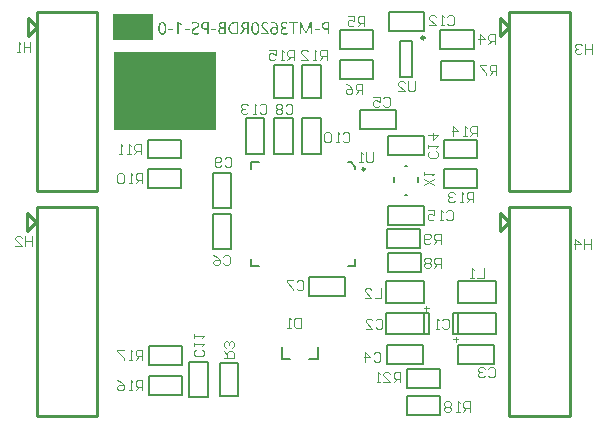
<source format=gbo>
G04*
G04 #@! TF.GenerationSoftware,Altium Limited,Altium Designer,21.4.1 (30)*
G04*
G04 Layer_Color=32896*
%FSLAX44Y44*%
%MOMM*%
G71*
G04*
G04 #@! TF.SameCoordinates,D9E7D647-E61C-487C-AA5F-480CAE51DE59*
G04*
G04*
G04 #@! TF.FilePolarity,Positive*
G04*
G01*
G75*
%ADD10C,0.1000*%
%ADD11C,0.2000*%
%ADD12C,0.2500*%
%ADD15C,0.2540*%
%ADD16C,0.1200*%
%ADD70R,3.4000X2.2750*%
%ADD71R,8.7000X6.6000*%
G36*
X234187Y337671D02*
X234427Y337651D01*
X234667Y337621D01*
X234886Y337591D01*
X235096Y337541D01*
X235295Y337491D01*
X235475Y337441D01*
X235645Y337382D01*
X235795Y337322D01*
X235934Y337272D01*
X236044Y337222D01*
X236144Y337172D01*
X236224Y337142D01*
X236274Y337112D01*
X236314Y337092D01*
X236324Y337082D01*
Y335914D01*
X236134Y336044D01*
X235954Y336164D01*
X235765Y336264D01*
X235585Y336343D01*
X235405Y336423D01*
X235226Y336483D01*
X235066Y336533D01*
X234906Y336573D01*
X234766Y336603D01*
X234637Y336623D01*
X234517Y336643D01*
X234417Y336653D01*
X234337Y336663D01*
X234048D01*
X233878Y336643D01*
X233718Y336623D01*
X233578Y336583D01*
X233439Y336543D01*
X233309Y336503D01*
X233079Y336383D01*
X232890Y336254D01*
X232730Y336094D01*
X232600Y335934D01*
X232500Y335774D01*
X232421Y335605D01*
X232351Y335445D01*
X232311Y335295D01*
X232281Y335155D01*
X232261Y335046D01*
X232251Y334956D01*
Y334896D01*
Y334886D01*
Y334876D01*
X232261Y334696D01*
X232281Y334537D01*
X232311Y334377D01*
X232361Y334237D01*
X232421Y334107D01*
X232490Y333978D01*
X232660Y333758D01*
X232850Y333568D01*
X233069Y333409D01*
X233309Y333289D01*
X233549Y333179D01*
X233788Y333099D01*
X234028Y333039D01*
X234247Y332999D01*
X234437Y332969D01*
X234607Y332949D01*
X234676D01*
X234736Y332939D01*
X235675D01*
Y331921D01*
X234806D01*
X234537Y331911D01*
X234287Y331901D01*
X234058Y331871D01*
X233838Y331831D01*
X233638Y331791D01*
X233449Y331732D01*
X233269Y331672D01*
X233109Y331602D01*
X232960Y331522D01*
X232830Y331442D01*
X232700Y331362D01*
X232590Y331272D01*
X232490Y331183D01*
X232391Y331083D01*
X232241Y330893D01*
X232121Y330703D01*
X232021Y330514D01*
X231961Y330344D01*
X231922Y330184D01*
X231891Y330055D01*
X231882Y329955D01*
X231871Y329915D01*
Y329885D01*
Y329875D01*
Y329865D01*
X231882Y329695D01*
X231901Y329535D01*
X231931Y329386D01*
X231961Y329266D01*
X231991Y329166D01*
X232021Y329086D01*
X232041Y329036D01*
X232051Y329016D01*
X232121Y328887D01*
X232201Y328757D01*
X232281Y328657D01*
X232361Y328557D01*
X232430Y328487D01*
X232490Y328428D01*
X232530Y328387D01*
X232540Y328378D01*
X232660Y328288D01*
X232790Y328208D01*
X232920Y328138D01*
X233039Y328078D01*
X233139Y328038D01*
X233219Y328008D01*
X233279Y327988D01*
X233289Y327978D01*
X233299D01*
X233469Y327928D01*
X233638Y327898D01*
X233808Y327868D01*
X233958Y327859D01*
X234088Y327849D01*
X234197Y327839D01*
X234287D01*
X234537Y327849D01*
X234786Y327878D01*
X235026Y327918D01*
X235245Y327968D01*
X235465Y328038D01*
X235665Y328108D01*
X235854Y328178D01*
X236024Y328258D01*
X236174Y328338D01*
X236314Y328408D01*
X236433Y328487D01*
X236533Y328547D01*
X236613Y328597D01*
X236673Y328637D01*
X236713Y328667D01*
X236723Y328677D01*
Y327379D01*
X236553Y327280D01*
X236364Y327200D01*
X236174Y327120D01*
X235974Y327060D01*
X235575Y326960D01*
X235385Y326920D01*
X235196Y326890D01*
X235016Y326870D01*
X234856Y326850D01*
X234706Y326840D01*
X234587Y326830D01*
X234477Y326820D01*
X234337D01*
X234038Y326830D01*
X233758Y326850D01*
X233499Y326890D01*
X233279Y326930D01*
X233179Y326950D01*
X233099Y326970D01*
X233020Y326990D01*
X232960Y327010D01*
X232910Y327020D01*
X232870Y327030D01*
X232850Y327040D01*
X232840D01*
X232590Y327130D01*
X232361Y327240D01*
X232161Y327339D01*
X231991Y327449D01*
X231852Y327539D01*
X231752Y327609D01*
X231712Y327639D01*
X231682Y327659D01*
X231672Y327679D01*
X231662D01*
X231492Y327839D01*
X231343Y328008D01*
X231213Y328178D01*
X231103Y328338D01*
X231023Y328467D01*
X230963Y328577D01*
X230943Y328617D01*
X230923Y328647D01*
X230913Y328667D01*
Y328677D01*
X230823Y328897D01*
X230753Y329126D01*
X230714Y329346D01*
X230674Y329546D01*
X230654Y329715D01*
Y329795D01*
X230644Y329855D01*
Y329905D01*
Y329945D01*
Y329965D01*
Y329975D01*
X230654Y330164D01*
X230674Y330344D01*
X230704Y330514D01*
X230734Y330653D01*
X230774Y330773D01*
X230803Y330853D01*
X230823Y330913D01*
X230833Y330933D01*
X230903Y331093D01*
X230993Y331232D01*
X231073Y331362D01*
X231153Y331482D01*
X231233Y331572D01*
X231293Y331632D01*
X231332Y331682D01*
X231343Y331692D01*
X231472Y331811D01*
X231602Y331911D01*
X231732Y332001D01*
X231862Y332081D01*
X231971Y332141D01*
X232051Y332181D01*
X232111Y332211D01*
X232121Y332221D01*
X232131D01*
X232301Y332291D01*
X232470Y332351D01*
X232640Y332390D01*
X232790Y332430D01*
X232930Y332450D01*
X233029Y332470D01*
X233069D01*
X233099Y332480D01*
X233119D01*
Y332510D01*
X232930Y332570D01*
X232750Y332640D01*
X232580Y332710D01*
X232430Y332790D01*
X232281Y332879D01*
X232151Y332979D01*
X232021Y333069D01*
X231912Y333179D01*
X231702Y333389D01*
X231532Y333608D01*
X231392Y333838D01*
X231283Y334067D01*
X231203Y334277D01*
X231133Y334487D01*
X231083Y334676D01*
X231053Y334846D01*
X231033Y334976D01*
X231023Y335086D01*
Y335126D01*
Y335155D01*
Y335165D01*
Y335175D01*
X231033Y335375D01*
X231053Y335575D01*
X231093Y335744D01*
X231123Y335894D01*
X231163Y336024D01*
X231203Y336114D01*
X231223Y336174D01*
X231233Y336194D01*
X231322Y336363D01*
X231412Y336513D01*
X231512Y336643D01*
X231602Y336763D01*
X231692Y336852D01*
X231762Y336922D01*
X231802Y336972D01*
X231822Y336982D01*
X231971Y337102D01*
X232121Y337212D01*
X232281Y337292D01*
X232421Y337371D01*
X232550Y337431D01*
X232650Y337471D01*
X232690Y337481D01*
X232720Y337491D01*
X232730Y337501D01*
X232740D01*
X232940Y337561D01*
X233149Y337601D01*
X233349Y337641D01*
X233529Y337661D01*
X233688Y337671D01*
X233758D01*
X233818Y337681D01*
X233928D01*
X234187Y337671D01*
D02*
G37*
G36*
X217887D02*
X218186Y337641D01*
X218445Y337601D01*
X218565Y337571D01*
X218665Y337551D01*
X218765Y337531D01*
X218845Y337501D01*
X218925Y337481D01*
X218985Y337461D01*
X219034Y337441D01*
X219064Y337431D01*
X219084Y337421D01*
X219094D01*
X219324Y337312D01*
X219534Y337192D01*
X219723Y337072D01*
X219893Y336952D01*
X220033Y336842D01*
X220133Y336753D01*
X220172Y336723D01*
X220202Y336693D01*
X220212Y336683D01*
X220222Y336673D01*
Y335385D01*
X220033Y335585D01*
X219943Y335665D01*
X219853Y335744D01*
X219783Y335804D01*
X219723Y335854D01*
X219683Y335884D01*
X219673Y335894D01*
X219454Y336064D01*
X219344Y336134D01*
X219254Y336194D01*
X219174Y336233D01*
X219104Y336273D01*
X219064Y336293D01*
X219054Y336303D01*
X218815Y336413D01*
X218705Y336463D01*
X218605Y336493D01*
X218525Y336523D01*
X218465Y336543D01*
X218416Y336563D01*
X218406D01*
X218156Y336623D01*
X218036Y336643D01*
X217926Y336653D01*
X217837Y336663D01*
X217557D01*
X217417Y336643D01*
X217288Y336623D01*
X217178Y336603D01*
X217078Y336583D01*
X217008Y336563D01*
X216968Y336553D01*
X216948Y336543D01*
X216818Y336493D01*
X216709Y336443D01*
X216599Y336383D01*
X216509Y336323D01*
X216439Y336273D01*
X216389Y336233D01*
X216349Y336204D01*
X216339Y336194D01*
X216249Y336104D01*
X216169Y336004D01*
X216100Y335904D01*
X216040Y335804D01*
X215990Y335724D01*
X215960Y335655D01*
X215940Y335615D01*
X215930Y335595D01*
X215880Y335455D01*
X215840Y335315D01*
X215820Y335165D01*
X215800Y335036D01*
X215790Y334916D01*
X215780Y334826D01*
Y334766D01*
Y334756D01*
Y334746D01*
Y334586D01*
X215800Y334437D01*
X215810Y334297D01*
X215830Y334177D01*
X215850Y334077D01*
X215860Y333997D01*
X215880Y333948D01*
Y333928D01*
X215920Y333788D01*
X215970Y333648D01*
X216020Y333518D01*
X216080Y333409D01*
X216130Y333309D01*
X216169Y333239D01*
X216199Y333189D01*
X216210Y333169D01*
X216299Y333029D01*
X216399Y332900D01*
X216509Y332770D01*
X216609Y332660D01*
X216689Y332560D01*
X216768Y332490D01*
X216808Y332440D01*
X216828Y332420D01*
X216978Y332281D01*
X217138Y332141D01*
X217297Y332011D01*
X217447Y331891D01*
X217587Y331791D01*
X217687Y331712D01*
X217727Y331682D01*
X217757Y331662D01*
X217777Y331652D01*
X217787Y331642D01*
X218066Y331432D01*
X218326Y331232D01*
X218555Y331063D01*
X218755Y330903D01*
X218835Y330843D01*
X218905Y330783D01*
X218974Y330723D01*
X219025Y330683D01*
X219064Y330653D01*
X219094Y330624D01*
X219114Y330614D01*
X219124Y330604D01*
X219324Y330434D01*
X219494Y330264D01*
X219643Y330104D01*
X219773Y329965D01*
X219873Y329845D01*
X219953Y329755D01*
X219993Y329695D01*
X220013Y329685D01*
Y329675D01*
X220133Y329506D01*
X220222Y329326D01*
X220312Y329166D01*
X220372Y329016D01*
X220422Y328887D01*
X220462Y328787D01*
X220472Y328747D01*
X220482Y328717D01*
X220492Y328707D01*
Y328697D01*
X220542Y328497D01*
X220572Y328298D01*
X220602Y328098D01*
X220612Y327918D01*
X220622Y327759D01*
X220632Y327689D01*
Y327629D01*
Y327589D01*
Y327549D01*
Y327529D01*
Y327519D01*
Y327000D01*
X214153D01*
Y328068D01*
X219384D01*
X219374Y328228D01*
X219364Y328368D01*
X219344Y328497D01*
X219324Y328607D01*
X219304Y328697D01*
X219294Y328757D01*
X219274Y328807D01*
Y328817D01*
X219224Y328937D01*
X219164Y329056D01*
X219094Y329166D01*
X219025Y329266D01*
X218965Y329356D01*
X218925Y329416D01*
X218885Y329466D01*
X218875Y329476D01*
X218765Y329605D01*
X218635Y329725D01*
X218515Y329845D01*
X218386Y329945D01*
X218286Y330045D01*
X218196Y330115D01*
X218136Y330154D01*
X218126Y330174D01*
X218116D01*
X217926Y330324D01*
X217717Y330474D01*
X217517Y330634D01*
X217318Y330773D01*
X217148Y330893D01*
X217078Y330953D01*
X217008Y330993D01*
X216958Y331033D01*
X216918Y331063D01*
X216898Y331073D01*
X216888Y331083D01*
X216679Y331242D01*
X216479Y331392D01*
X216299Y331532D01*
X216150Y331652D01*
X216030Y331762D01*
X215940Y331841D01*
X215880Y331891D01*
X215860Y331911D01*
X215700Y332061D01*
X215561Y332221D01*
X215441Y332360D01*
X215331Y332490D01*
X215241Y332610D01*
X215181Y332690D01*
X215141Y332750D01*
X215131Y332770D01*
X215032Y332939D01*
X214942Y333109D01*
X214872Y333269D01*
X214812Y333409D01*
X214762Y333538D01*
X214732Y333638D01*
X214712Y333668D01*
Y333698D01*
X214702Y333708D01*
Y333718D01*
X214652Y333918D01*
X214612Y334107D01*
X214592Y334307D01*
X214572Y334477D01*
X214562Y334626D01*
X214552Y334696D01*
Y334746D01*
Y334796D01*
Y334826D01*
Y334846D01*
Y334856D01*
X214562Y335106D01*
X214592Y335335D01*
X214622Y335535D01*
X214662Y335714D01*
X214712Y335864D01*
X214732Y335924D01*
X214742Y335974D01*
X214762Y336014D01*
X214772Y336044D01*
X214782Y336054D01*
Y336064D01*
X214872Y336254D01*
X214982Y336423D01*
X215082Y336573D01*
X215191Y336703D01*
X215281Y336813D01*
X215351Y336892D01*
X215401Y336932D01*
X215421Y336952D01*
X215581Y337082D01*
X215740Y337192D01*
X215900Y337282D01*
X216040Y337361D01*
X216169Y337411D01*
X216279Y337461D01*
X216319Y337471D01*
X216349Y337481D01*
X216359Y337491D01*
X216369D01*
X216579Y337551D01*
X216788Y337601D01*
X216988Y337631D01*
X217178Y337661D01*
X217337Y337671D01*
X217397D01*
X217457Y337681D01*
X217567D01*
X217887Y337671D01*
D02*
G37*
G36*
X143998Y337651D02*
X144108Y337561D01*
X144218Y337481D01*
X144328Y337401D01*
X144417Y337341D01*
X144487Y337282D01*
X144537Y337252D01*
X144557Y337242D01*
X144847Y337062D01*
X144977Y336982D01*
X145106Y336912D01*
X145206Y336852D01*
X145296Y336802D01*
X145346Y336773D01*
X145356Y336763D01*
X145366D01*
X145685Y336603D01*
X145825Y336533D01*
X145965Y336463D01*
X146074Y336413D01*
X146154Y336373D01*
X146214Y336353D01*
X146224Y336343D01*
X146234D01*
X146394Y336273D01*
X146554Y336214D01*
X146693Y336164D01*
X146813Y336124D01*
X146923Y336094D01*
X147003Y336064D01*
X147053Y336054D01*
X147073Y336044D01*
Y334836D01*
X146813Y334906D01*
X146693Y334946D01*
X146584Y334986D01*
X146494Y335016D01*
X146414Y335046D01*
X146374Y335056D01*
X146354Y335066D01*
X146214Y335126D01*
X146084Y335185D01*
X145975Y335245D01*
X145865Y335295D01*
X145775Y335335D01*
X145715Y335365D01*
X145665Y335385D01*
X145655Y335395D01*
X145535Y335465D01*
X145416Y335525D01*
X145316Y335585D01*
X145226Y335645D01*
X145146Y335685D01*
X145096Y335724D01*
X145056Y335744D01*
X145046Y335754D01*
X144946Y335824D01*
X144867Y335884D01*
X144797Y335934D01*
X144737Y335984D01*
X144697Y336024D01*
X144667Y336054D01*
X144647Y336064D01*
X144637Y336074D01*
Y327000D01*
X143439D01*
Y337741D01*
X143888D01*
X143998Y337651D01*
D02*
G37*
G36*
X224784Y337661D02*
X225114Y337611D01*
X225413Y337541D01*
X225553Y337511D01*
X225683Y337471D01*
X225792Y337431D01*
X225892Y337392D01*
X225982Y337351D01*
X226062Y337322D01*
X226122Y337292D01*
X226162Y337272D01*
X226192Y337262D01*
X226202Y337252D01*
X226481Y337072D01*
X226741Y336882D01*
X226970Y336673D01*
X227170Y336473D01*
X227260Y336383D01*
X227330Y336303D01*
X227400Y336224D01*
X227449Y336154D01*
X227489Y336104D01*
X227519Y336064D01*
X227539Y336034D01*
X227549Y336024D01*
X227749Y335714D01*
X227919Y335385D01*
X228068Y335066D01*
X228188Y334766D01*
X228248Y334626D01*
X228288Y334507D01*
X228328Y334387D01*
X228358Y334297D01*
X228388Y334217D01*
X228408Y334157D01*
X228418Y334117D01*
Y334107D01*
X228517Y333678D01*
X228587Y333249D01*
X228647Y332830D01*
X228667Y332630D01*
X228677Y332450D01*
X228687Y332271D01*
X228697Y332111D01*
X228707Y331971D01*
Y331851D01*
X228717Y331752D01*
Y331682D01*
Y331642D01*
Y331622D01*
X228707Y331213D01*
X228677Y330833D01*
X228667Y330663D01*
X228647Y330494D01*
X228627Y330334D01*
X228597Y330194D01*
X228577Y330065D01*
X228557Y329945D01*
X228538Y329845D01*
X228528Y329765D01*
X228507Y329695D01*
X228498Y329645D01*
X228488Y329615D01*
Y329605D01*
X228398Y329286D01*
X228288Y328987D01*
X228178Y328727D01*
X228128Y328617D01*
X228068Y328507D01*
X228018Y328418D01*
X227978Y328328D01*
X227939Y328258D01*
X227899Y328198D01*
X227869Y328148D01*
X227849Y328118D01*
X227829Y328098D01*
Y328088D01*
X227659Y327868D01*
X227479Y327679D01*
X227300Y327519D01*
X227130Y327379D01*
X226980Y327280D01*
X226861Y327200D01*
X226821Y327170D01*
X226791Y327160D01*
X226771Y327140D01*
X226761D01*
X226521Y327030D01*
X226271Y326960D01*
X226032Y326900D01*
X225812Y326860D01*
X225713Y326850D01*
X225623Y326840D01*
X225543Y326830D01*
X225473D01*
X225423Y326820D01*
X225343D01*
X225084Y326830D01*
X224834Y326860D01*
X224615Y326900D01*
X224415Y326950D01*
X224255Y326990D01*
X224185Y327010D01*
X224135Y327030D01*
X224085Y327050D01*
X224056Y327060D01*
X224035Y327070D01*
X224025D01*
X223806Y327180D01*
X223606Y327290D01*
X223427Y327419D01*
X223277Y327529D01*
X223147Y327639D01*
X223057Y327719D01*
X222997Y327779D01*
X222977Y327789D01*
Y327799D01*
X222818Y327978D01*
X222688Y328168D01*
X222568Y328358D01*
X222468Y328537D01*
X222388Y328687D01*
X222358Y328757D01*
X222339Y328807D01*
X222319Y328857D01*
X222299Y328887D01*
X222289Y328907D01*
Y328917D01*
X222209Y329166D01*
X222149Y329416D01*
X222099Y329655D01*
X222069Y329865D01*
X222059Y329965D01*
X222049Y330055D01*
Y330134D01*
X222039Y330204D01*
Y330254D01*
Y330304D01*
Y330324D01*
Y330334D01*
X222049Y330594D01*
X222069Y330843D01*
X222109Y331063D01*
X222149Y331262D01*
X222189Y331422D01*
X222209Y331482D01*
X222229Y331542D01*
X222239Y331582D01*
X222249Y331612D01*
X222259Y331632D01*
Y331642D01*
X222348Y331861D01*
X222438Y332051D01*
X222538Y332231D01*
X222638Y332380D01*
X222728Y332500D01*
X222798Y332590D01*
X222838Y332650D01*
X222858Y332670D01*
X223007Y332820D01*
X223167Y332949D01*
X223327Y333069D01*
X223477Y333159D01*
X223606Y333229D01*
X223716Y333289D01*
X223756Y333309D01*
X223776Y333319D01*
X223796Y333329D01*
X223806D01*
X224016Y333409D01*
X224235Y333469D01*
X224435Y333508D01*
X224634Y333538D01*
X224794Y333558D01*
X224864D01*
X224924Y333568D01*
X225044D01*
X225343Y333558D01*
X225623Y333508D01*
X225882Y333448D01*
X226122Y333369D01*
X226341Y333269D01*
X226531Y333159D01*
X226711Y333039D01*
X226870Y332920D01*
X227000Y332790D01*
X227120Y332670D01*
X227220Y332560D01*
X227300Y332470D01*
X227360Y332380D01*
X227409Y332321D01*
X227430Y332281D01*
X227439Y332261D01*
X227469D01*
X227459Y332630D01*
X227439Y332969D01*
X227400Y333269D01*
X227380Y333409D01*
X227360Y333538D01*
X227350Y333658D01*
X227330Y333758D01*
X227310Y333848D01*
X227290Y333928D01*
X227280Y333988D01*
X227270Y334027D01*
X227260Y334057D01*
Y334067D01*
X227170Y334367D01*
X227070Y334626D01*
X226970Y334866D01*
X226870Y335066D01*
X226821Y335155D01*
X226781Y335235D01*
X226741Y335295D01*
X226711Y335355D01*
X226681Y335395D01*
X226661Y335425D01*
X226641Y335445D01*
Y335455D01*
X226481Y335665D01*
X226321Y335834D01*
X226152Y335994D01*
X226002Y336114D01*
X225872Y336214D01*
X225762Y336283D01*
X225723Y336313D01*
X225693Y336333D01*
X225683Y336343D01*
X225673D01*
X225453Y336453D01*
X225233Y336533D01*
X225014Y336583D01*
X224824Y336623D01*
X224644Y336643D01*
X224575Y336653D01*
X224515Y336663D01*
X224395D01*
X224065Y336643D01*
X223746Y336593D01*
X223457Y336533D01*
X223327Y336493D01*
X223207Y336453D01*
X223087Y336413D01*
X222987Y336373D01*
X222908Y336343D01*
X222828Y336313D01*
X222768Y336283D01*
X222728Y336264D01*
X222698Y336254D01*
X222688Y336244D01*
Y337382D01*
X222948Y337481D01*
X223237Y337551D01*
X223526Y337611D01*
X223806Y337641D01*
X223936Y337661D01*
X224046D01*
X224155Y337671D01*
X224245Y337681D01*
X224604D01*
X224784Y337661D01*
D02*
G37*
G36*
X263924Y330703D02*
X259921D01*
Y331652D01*
X263924D01*
Y330703D01*
D02*
G37*
G36*
X176071Y330703D02*
X172068D01*
Y331652D01*
X176071D01*
Y330703D01*
D02*
G37*
G36*
X153691D02*
X149688D01*
Y331652D01*
X153691D01*
Y330703D01*
D02*
G37*
G36*
X139596D02*
X135593D01*
Y331652D01*
X139596D01*
Y330703D01*
D02*
G37*
G36*
X257596Y327000D02*
X256408D01*
Y334038D01*
Y334297D01*
Y334537D01*
X256418Y334756D01*
Y334966D01*
Y335145D01*
X256428Y335315D01*
Y335465D01*
X256438Y335605D01*
X256448Y335714D01*
Y335824D01*
X256458Y335904D01*
Y335974D01*
Y336024D01*
X256468Y336064D01*
Y336084D01*
Y336094D01*
X256438D01*
X256378Y335834D01*
X256318Y335615D01*
X256268Y335435D01*
X256218Y335285D01*
X256188Y335165D01*
X256158Y335086D01*
X256138Y335036D01*
X256128Y335016D01*
X252545Y327000D01*
X251936D01*
X248352Y335076D01*
X248302Y335205D01*
X248242Y335365D01*
X248192Y335535D01*
X248143Y335704D01*
X248093Y335854D01*
X248083Y335924D01*
X248063Y335974D01*
X248053Y336024D01*
X248043Y336064D01*
X248033Y336084D01*
Y336094D01*
X248003D01*
X248023Y335874D01*
X248033Y335655D01*
X248053Y335455D01*
X248063Y335265D01*
X248073Y335086D01*
X248083Y334916D01*
Y334756D01*
X248093Y334616D01*
Y334487D01*
Y334377D01*
X248103Y334277D01*
Y334197D01*
Y334137D01*
Y334087D01*
Y334057D01*
Y334047D01*
Y327000D01*
X246885D01*
Y337511D01*
X248422D01*
X251716Y330204D01*
X251756Y330124D01*
X251796Y330025D01*
X251876Y329825D01*
X251956Y329615D01*
X252036Y329406D01*
X252106Y329216D01*
X252135Y329126D01*
X252165Y329056D01*
X252185Y328996D01*
X252205Y328956D01*
X252215Y328927D01*
Y328917D01*
X252265D01*
X252315Y329096D01*
X252385Y329286D01*
X252465Y329496D01*
X252545Y329705D01*
X252624Y329885D01*
X252654Y329965D01*
X252684Y330035D01*
X252704Y330094D01*
X252724Y330134D01*
X252744Y330164D01*
Y330174D01*
X255969Y337511D01*
X257596D01*
Y327000D01*
D02*
G37*
G36*
X272000D02*
X270772D01*
Y330973D01*
X269385D01*
X269065Y330983D01*
X268766Y331013D01*
X268476Y331063D01*
X268217Y331123D01*
X267967Y331193D01*
X267738Y331272D01*
X267528Y331362D01*
X267338Y331452D01*
X267179Y331532D01*
X267029Y331622D01*
X266899Y331702D01*
X266799Y331772D01*
X266719Y331831D01*
X266660Y331881D01*
X266620Y331911D01*
X266610Y331921D01*
X266430Y332101D01*
X266270Y332301D01*
X266131Y332500D01*
X266011Y332700D01*
X265911Y332910D01*
X265821Y333109D01*
X265751Y333309D01*
X265701Y333498D01*
X265661Y333678D01*
X265621Y333848D01*
X265601Y333988D01*
X265591Y334117D01*
X265581Y334227D01*
X265571Y334297D01*
Y334347D01*
Y334367D01*
X265581Y334636D01*
X265611Y334896D01*
X265661Y335135D01*
X265711Y335365D01*
X265791Y335565D01*
X265861Y335754D01*
X265951Y335934D01*
X266031Y336084D01*
X266120Y336224D01*
X266210Y336343D01*
X266280Y336443D01*
X266350Y336533D01*
X266410Y336593D01*
X266460Y336643D01*
X266490Y336673D01*
X266500Y336683D01*
X266679Y336833D01*
X266879Y336952D01*
X267089Y337072D01*
X267298Y337162D01*
X267518Y337242D01*
X267738Y337312D01*
X267947Y337361D01*
X268157Y337411D01*
X268347Y337441D01*
X268536Y337471D01*
X268696Y337481D01*
X268836Y337501D01*
X268955D01*
X269045Y337511D01*
X272000D01*
Y327000D01*
D02*
G37*
G36*
X245188Y336393D02*
X242163D01*
Y327000D01*
X240935D01*
Y336393D01*
X237901D01*
Y337511D01*
X245188D01*
Y336393D01*
D02*
G37*
G36*
X203862Y327000D02*
X202634D01*
Y331462D01*
X201496D01*
X201386Y331452D01*
X201276Y331442D01*
X201186Y331422D01*
X201106Y331412D01*
X201056Y331392D01*
X201017Y331382D01*
X201007D01*
X200907Y331352D01*
X200807Y331302D01*
X200717Y331262D01*
X200637Y331222D01*
X200577Y331173D01*
X200527Y331143D01*
X200497Y331123D01*
X200487Y331113D01*
X200398Y331043D01*
X200318Y330963D01*
X200238Y330883D01*
X200168Y330813D01*
X200108Y330743D01*
X200068Y330693D01*
X200038Y330653D01*
X200028Y330644D01*
X199939Y330534D01*
X199859Y330414D01*
X199779Y330294D01*
X199709Y330184D01*
X199649Y330094D01*
X199599Y330015D01*
X199569Y329965D01*
X199559Y329945D01*
X197792Y327000D01*
X196325D01*
X198301Y330154D01*
X198381Y330284D01*
X198451Y330394D01*
X198521Y330504D01*
X198571Y330594D01*
X198621Y330663D01*
X198661Y330713D01*
X198681Y330753D01*
X198691Y330763D01*
X198820Y330943D01*
X198880Y331023D01*
X198930Y331093D01*
X198970Y331143D01*
X199010Y331193D01*
X199030Y331213D01*
X199040Y331222D01*
X199170Y331372D01*
X199290Y331482D01*
X199340Y331522D01*
X199380Y331552D01*
X199399Y331572D01*
X199409Y331582D01*
X199559Y331692D01*
X199709Y331772D01*
X199769Y331801D01*
X199819Y331831D01*
X199849Y331841D01*
X199859Y331851D01*
Y331881D01*
X199669Y331941D01*
X199489Y332001D01*
X199320Y332071D01*
X199180Y332131D01*
X199060Y332181D01*
X198980Y332231D01*
X198920Y332261D01*
X198900Y332271D01*
X198741Y332370D01*
X198601Y332470D01*
X198481Y332570D01*
X198371Y332670D01*
X198291Y332750D01*
X198221Y332820D01*
X198182Y332859D01*
X198172Y332879D01*
X198062Y333019D01*
X197972Y333159D01*
X197882Y333299D01*
X197822Y333428D01*
X197772Y333538D01*
X197732Y333618D01*
X197712Y333678D01*
X197703Y333698D01*
X197643Y333878D01*
X197603Y334047D01*
X197573Y334217D01*
X197553Y334377D01*
X197543Y334507D01*
X197533Y334616D01*
Y334656D01*
Y334686D01*
Y334696D01*
Y334706D01*
X197543Y334966D01*
X197573Y335195D01*
X197613Y335405D01*
X197653Y335585D01*
X197693Y335734D01*
X197712Y335794D01*
X197732Y335844D01*
X197752Y335884D01*
X197762Y335914D01*
X197772Y335924D01*
Y335934D01*
X197872Y336124D01*
X197982Y336293D01*
X198092Y336443D01*
X198192Y336573D01*
X198291Y336673D01*
X198371Y336753D01*
X198421Y336792D01*
X198431Y336813D01*
X198441D01*
X198611Y336932D01*
X198781Y337042D01*
X198950Y337132D01*
X199110Y337202D01*
X199250Y337262D01*
X199359Y337302D01*
X199399Y337312D01*
X199429Y337322D01*
X199449Y337332D01*
X199459D01*
X199679Y337392D01*
X199899Y337431D01*
X200118Y337471D01*
X200308Y337491D01*
X200478Y337501D01*
X200547D01*
X200607Y337511D01*
X203862D01*
Y327000D01*
D02*
G37*
G36*
X194877Y327000D02*
X192092D01*
X191623Y327020D01*
X191174Y327060D01*
X190755Y327140D01*
X190356Y327230D01*
X189986Y327339D01*
X189647Y327469D01*
X189337Y327599D01*
X189058Y327739D01*
X188808Y327868D01*
X188589Y328008D01*
X188409Y328128D01*
X188249Y328238D01*
X188130Y328328D01*
X188040Y328408D01*
X187990Y328447D01*
X187970Y328467D01*
X187700Y328757D01*
X187461Y329056D01*
X187251Y329376D01*
X187071Y329705D01*
X186922Y330035D01*
X186802Y330354D01*
X186702Y330673D01*
X186612Y330983D01*
X186552Y331262D01*
X186502Y331532D01*
X186472Y331772D01*
X186443Y331981D01*
Y332071D01*
X186433Y332151D01*
Y332211D01*
X186423Y332271D01*
Y332321D01*
Y332350D01*
Y332370D01*
Y332380D01*
X186443Y332850D01*
X186483Y333289D01*
X186562Y333688D01*
X186662Y334077D01*
X186792Y334427D01*
X186932Y334756D01*
X187101Y335066D01*
X187291Y335345D01*
X187491Y335605D01*
X187710Y335844D01*
X187940Y336064D01*
X188179Y336264D01*
X188429Y336433D01*
X188689Y336603D01*
X188938Y336743D01*
X189198Y336872D01*
X189467Y336982D01*
X189717Y337082D01*
X189976Y337172D01*
X190226Y337242D01*
X190465Y337302D01*
X190695Y337351D01*
X190915Y337401D01*
X191114Y337431D01*
X191304Y337461D01*
X191474Y337481D01*
X191613Y337491D01*
X191743Y337501D01*
X191843Y337511D01*
X194877D01*
Y327000D01*
D02*
G37*
G36*
X184346D02*
X181282D01*
X181012Y327010D01*
X180753Y327040D01*
X180513Y327080D01*
X180284Y327130D01*
X180064Y327190D01*
X179864Y327259D01*
X179685Y327339D01*
X179515Y327419D01*
X179365Y327489D01*
X179225Y327569D01*
X179116Y327639D01*
X179016Y327699D01*
X178946Y327749D01*
X178886Y327789D01*
X178856Y327818D01*
X178846Y327828D01*
X178676Y327988D01*
X178527Y328168D01*
X178397Y328338D01*
X178287Y328527D01*
X178187Y328707D01*
X178117Y328887D01*
X178048Y329066D01*
X177998Y329236D01*
X177958Y329396D01*
X177928Y329545D01*
X177908Y329675D01*
X177888Y329795D01*
Y329885D01*
X177878Y329955D01*
Y329995D01*
Y330015D01*
X177888Y330214D01*
X177908Y330404D01*
X177938Y330584D01*
X177978Y330753D01*
X178028Y330903D01*
X178078Y331053D01*
X178137Y331183D01*
X178197Y331302D01*
X178257Y331412D01*
X178317Y331512D01*
X178367Y331592D01*
X178417Y331662D01*
X178457Y331712D01*
X178487Y331752D01*
X178507Y331772D01*
X178517Y331782D01*
X178636Y331901D01*
X178776Y332011D01*
X178906Y332111D01*
X179056Y332191D01*
X179195Y332271D01*
X179335Y332331D01*
X179605Y332440D01*
X179725Y332470D01*
X179844Y332510D01*
X179944Y332530D01*
X180034Y332550D01*
X180114Y332560D01*
X180164Y332570D01*
X180204Y332580D01*
X180214D01*
Y332610D01*
X179914Y332730D01*
X179645Y332879D01*
X179425Y333029D01*
X179235Y333189D01*
X179156Y333259D01*
X179086Y333329D01*
X179026Y333389D01*
X178976Y333438D01*
X178936Y333488D01*
X178906Y333518D01*
X178896Y333538D01*
X178886Y333548D01*
X178796Y333678D01*
X178726Y333808D01*
X178656Y333938D01*
X178606Y334067D01*
X178517Y334327D01*
X178457Y334576D01*
X178437Y334686D01*
X178427Y334786D01*
X178407Y334876D01*
Y334956D01*
X178397Y335016D01*
Y335066D01*
Y335095D01*
Y335106D01*
X178407Y335305D01*
X178427Y335485D01*
X178467Y335664D01*
X178517Y335824D01*
X178587Y335984D01*
X178647Y336124D01*
X178726Y336254D01*
X178796Y336373D01*
X178866Y336483D01*
X178946Y336573D01*
X179006Y336653D01*
X179066Y336723D01*
X179126Y336773D01*
X179165Y336813D01*
X179186Y336832D01*
X179195Y336842D01*
X179355Y336962D01*
X179515Y337062D01*
X179695Y337152D01*
X179874Y337232D01*
X180054Y337292D01*
X180234Y337351D01*
X180573Y337431D01*
X180743Y337451D01*
X180882Y337471D01*
X181022Y337491D01*
X181132Y337501D01*
X181232Y337511D01*
X184346D01*
Y327000D01*
D02*
G37*
G36*
X169742D02*
X168514D01*
Y330973D01*
X167127D01*
X166808Y330983D01*
X166508Y331013D01*
X166219Y331063D01*
X165959Y331123D01*
X165709Y331193D01*
X165480Y331272D01*
X165270Y331362D01*
X165081Y331452D01*
X164921Y331532D01*
X164771Y331622D01*
X164641Y331702D01*
X164542Y331772D01*
X164462Y331831D01*
X164402Y331881D01*
X164362Y331911D01*
X164352Y331921D01*
X164172Y332101D01*
X164013Y332300D01*
X163873Y332500D01*
X163753Y332700D01*
X163653Y332909D01*
X163563Y333109D01*
X163493Y333309D01*
X163444Y333498D01*
X163404Y333678D01*
X163364Y333848D01*
X163344Y333988D01*
X163334Y334117D01*
X163324Y334227D01*
X163314Y334297D01*
Y334347D01*
Y334367D01*
X163324Y334636D01*
X163354Y334896D01*
X163404Y335135D01*
X163454Y335365D01*
X163533Y335565D01*
X163603Y335754D01*
X163693Y335934D01*
X163773Y336084D01*
X163863Y336223D01*
X163953Y336343D01*
X164023Y336443D01*
X164092Y336533D01*
X164152Y336593D01*
X164202Y336643D01*
X164232Y336673D01*
X164242Y336683D01*
X164422Y336832D01*
X164622Y336952D01*
X164831Y337072D01*
X165041Y337162D01*
X165260Y337242D01*
X165480Y337312D01*
X165690Y337361D01*
X165899Y337411D01*
X166089Y337441D01*
X166278Y337471D01*
X166438Y337481D01*
X166578Y337501D01*
X166698D01*
X166788Y337511D01*
X169742D01*
Y327000D01*
D02*
G37*
G36*
X158422Y337671D02*
X158662Y337651D01*
X158892Y337631D01*
X159091Y337601D01*
X159261Y337561D01*
X159341Y337551D01*
X159401Y337541D01*
X159441Y337531D01*
X159481Y337521D01*
X159501Y337511D01*
X159511D01*
X159750Y337441D01*
X159970Y337361D01*
X160169Y337272D01*
X160339Y337192D01*
X160479Y337112D01*
X160589Y337052D01*
X160629Y337022D01*
X160658Y337012D01*
X160669Y336992D01*
X160679D01*
X160858Y336862D01*
X161018Y336713D01*
X161168Y336573D01*
X161287Y336433D01*
X161377Y336313D01*
X161447Y336214D01*
X161477Y336174D01*
X161487Y336144D01*
X161507Y336134D01*
Y336124D01*
X161607Y335914D01*
X161687Y335704D01*
X161737Y335495D01*
X161777Y335305D01*
X161796Y335135D01*
X161807Y335056D01*
Y334996D01*
X161817Y334946D01*
Y334906D01*
Y334886D01*
Y334876D01*
X161807Y334666D01*
X161786Y334467D01*
X161757Y334297D01*
X161717Y334137D01*
X161677Y334017D01*
X161647Y333928D01*
X161627Y333868D01*
X161617Y333858D01*
Y333848D01*
X161537Y333688D01*
X161447Y333548D01*
X161357Y333409D01*
X161267Y333299D01*
X161188Y333199D01*
X161128Y333129D01*
X161088Y333089D01*
X161068Y333069D01*
X160928Y332949D01*
X160788Y332830D01*
X160648Y332720D01*
X160519Y332630D01*
X160409Y332550D01*
X160319Y332490D01*
X160259Y332450D01*
X160249Y332440D01*
X160239D01*
X159880Y332231D01*
X159700Y332141D01*
X159541Y332061D01*
X159411Y331981D01*
X159301Y331931D01*
X159261Y331911D01*
X159231Y331891D01*
X159221Y331881D01*
X159211D01*
X159021Y331782D01*
X158842Y331692D01*
X158672Y331602D01*
X158532Y331522D01*
X158413Y331462D01*
X158323Y331412D01*
X158263Y331382D01*
X158243Y331372D01*
X158073Y331282D01*
X157923Y331193D01*
X157794Y331113D01*
X157674Y331033D01*
X157584Y330973D01*
X157514Y330913D01*
X157464Y330883D01*
X157454Y330873D01*
X157334Y330773D01*
X157235Y330673D01*
X157145Y330574D01*
X157075Y330484D01*
X157015Y330414D01*
X156975Y330344D01*
X156955Y330304D01*
X156945Y330294D01*
X156885Y330174D01*
X156835Y330055D01*
X156805Y329925D01*
X156776Y329815D01*
X156765Y329715D01*
X156756Y329635D01*
Y329585D01*
Y329565D01*
X156765Y329416D01*
X156776Y329286D01*
X156845Y329036D01*
X156935Y328827D01*
X157035Y328657D01*
X157135Y328527D01*
X157225Y328427D01*
X157295Y328368D01*
X157304Y328358D01*
X157315Y328348D01*
X157424Y328278D01*
X157544Y328208D01*
X157814Y328108D01*
X158093Y328028D01*
X158373Y327978D01*
X158502Y327968D01*
X158622Y327948D01*
X158732Y327938D01*
X158822D01*
X158902Y327928D01*
X159011D01*
X159261Y327938D01*
X159381Y327948D01*
X159491Y327958D01*
X159590Y327968D01*
X159660Y327978D01*
X159710Y327988D01*
X159730D01*
X160020Y328048D01*
X160149Y328078D01*
X160269Y328108D01*
X160369Y328138D01*
X160439Y328158D01*
X160489Y328178D01*
X160509D01*
X160648Y328228D01*
X160778Y328278D01*
X160908Y328318D01*
X161018Y328368D01*
X161108Y328408D01*
X161178Y328437D01*
X161217Y328457D01*
X161238Y328467D01*
X161367Y328537D01*
X161477Y328607D01*
X161577Y328677D01*
X161667Y328737D01*
X161737Y328797D01*
X161796Y328837D01*
X161826Y328867D01*
X161836Y328877D01*
Y327419D01*
X161757Y327369D01*
X161667Y327319D01*
X161487Y327240D01*
X161407Y327210D01*
X161347Y327180D01*
X161297Y327170D01*
X161287Y327160D01*
X161028Y327090D01*
X160908Y327060D01*
X160798Y327030D01*
X160708Y327010D01*
X160629Y326990D01*
X160589Y326980D01*
X160569D01*
X160429Y326960D01*
X160289Y326930D01*
X160159Y326910D01*
X160050Y326900D01*
X159950Y326890D01*
X159880Y326880D01*
X159840Y326870D01*
X159820D01*
X159690Y326860D01*
X159571Y326850D01*
X159461Y326840D01*
X159371D01*
X159301Y326830D01*
X159201D01*
X158922Y326840D01*
X158662Y326850D01*
X158422Y326880D01*
X158213Y326910D01*
X158123Y326920D01*
X158033Y326930D01*
X157963Y326950D01*
X157903Y326960D01*
X157853Y326970D01*
X157814D01*
X157794Y326980D01*
X157784D01*
X157534Y327040D01*
X157315Y327110D01*
X157105Y327190D01*
X156925Y327270D01*
X156785Y327349D01*
X156726Y327379D01*
X156676Y327409D01*
X156636Y327429D01*
X156606Y327449D01*
X156596Y327459D01*
X156586D01*
X156406Y327599D01*
X156236Y327739D01*
X156097Y327888D01*
X155977Y328028D01*
X155887Y328148D01*
X155817Y328248D01*
X155797Y328288D01*
X155777Y328318D01*
X155767Y328328D01*
Y328338D01*
X155667Y328547D01*
X155588Y328767D01*
X155538Y328986D01*
X155498Y329196D01*
X155478Y329376D01*
X155468Y329456D01*
X155458Y329515D01*
Y329575D01*
Y329615D01*
Y329635D01*
Y329645D01*
X155468Y329855D01*
X155498Y330055D01*
X155528Y330234D01*
X155568Y330384D01*
X155618Y330514D01*
X155647Y330604D01*
X155677Y330663D01*
X155687Y330683D01*
X155777Y330853D01*
X155877Y331003D01*
X155977Y331153D01*
X156077Y331272D01*
X156157Y331372D01*
X156236Y331452D01*
X156276Y331492D01*
X156296Y331512D01*
X156446Y331652D01*
X156596Y331782D01*
X156746Y331901D01*
X156885Y332001D01*
X157005Y332081D01*
X157095Y332151D01*
X157135Y332171D01*
X157165Y332191D01*
X157175Y332201D01*
X157185D01*
X157564Y332420D01*
X157744Y332520D01*
X157903Y332610D01*
X158043Y332690D01*
X158153Y332740D01*
X158193Y332760D01*
X158223Y332780D01*
X158243Y332790D01*
X158253D01*
X158453Y332890D01*
X158632Y332979D01*
X158802Y333059D01*
X158942Y333139D01*
X159061Y333199D01*
X159151Y333239D01*
X159201Y333269D01*
X159221Y333279D01*
X159371Y333369D01*
X159511Y333448D01*
X159630Y333528D01*
X159740Y333598D01*
X159820Y333658D01*
X159890Y333708D01*
X159930Y333738D01*
X159940Y333748D01*
X160040Y333848D01*
X160130Y333938D01*
X160209Y334027D01*
X160269Y334107D01*
X160319Y334187D01*
X160349Y334237D01*
X160369Y334277D01*
X160379Y334287D01*
X160429Y334407D01*
X160469Y334527D01*
X160489Y334636D01*
X160509Y334746D01*
X160519Y334846D01*
X160529Y334916D01*
Y334966D01*
Y334986D01*
X160519Y335145D01*
X160499Y335285D01*
X160469Y335405D01*
X160429Y335515D01*
X160389Y335595D01*
X160359Y335664D01*
X160339Y335704D01*
X160329Y335714D01*
X160249Y335824D01*
X160169Y335924D01*
X160080Y336004D01*
X160000Y336084D01*
X159930Y336134D01*
X159870Y336184D01*
X159830Y336204D01*
X159820Y336214D01*
X159700Y336283D01*
X159571Y336333D01*
X159451Y336383D01*
X159341Y336423D01*
X159241Y336443D01*
X159171Y336463D01*
X159121Y336483D01*
X159101D01*
X158952Y336513D01*
X158802Y336533D01*
X158662Y336553D01*
X158542Y336563D01*
X158442Y336573D01*
X158293D01*
X158023Y336563D01*
X157774Y336543D01*
X157534Y336513D01*
X157304Y336473D01*
X157095Y336423D01*
X156895Y336363D01*
X156716Y336313D01*
X156556Y336254D01*
X156406Y336184D01*
X156276Y336134D01*
X156166Y336074D01*
X156077Y336024D01*
X156007Y335984D01*
X155947Y335954D01*
X155917Y335934D01*
X155907Y335924D01*
Y337312D01*
X156047Y337382D01*
X156207Y337431D01*
X156376Y337481D01*
X156556Y337521D01*
X156935Y337591D01*
X157304Y337631D01*
X157474Y337651D01*
X157634Y337661D01*
X157784Y337671D01*
X157913D01*
X158013Y337681D01*
X158163D01*
X158422Y337671D01*
D02*
G37*
G36*
X209482Y337661D02*
X209771Y337621D01*
X210030Y337571D01*
X210150Y337531D01*
X210250Y337501D01*
X210350Y337471D01*
X210440Y337431D01*
X210510Y337402D01*
X210569Y337382D01*
X210619Y337351D01*
X210659Y337342D01*
X210679Y337322D01*
X210689D01*
X210929Y337172D01*
X211138Y337002D01*
X211328Y336823D01*
X211488Y336653D01*
X211618Y336493D01*
X211678Y336423D01*
X211717Y336363D01*
X211747Y336313D01*
X211777Y336273D01*
X211787Y336254D01*
X211797Y336244D01*
X211957Y335964D01*
X212097Y335665D01*
X212207Y335365D01*
X212306Y335086D01*
X212346Y334956D01*
X212376Y334836D01*
X212406Y334736D01*
X212436Y334646D01*
X212456Y334566D01*
X212466Y334517D01*
X212476Y334477D01*
Y334467D01*
X212556Y334057D01*
X212606Y333648D01*
X212646Y333239D01*
X212666Y333049D01*
X212676Y332860D01*
X212686Y332690D01*
X212696Y332530D01*
Y332390D01*
X212706Y332271D01*
Y332171D01*
Y332101D01*
Y332061D01*
Y332041D01*
X212696Y331582D01*
X212686Y331372D01*
X212676Y331163D01*
X212656Y330963D01*
X212636Y330783D01*
X212616Y330614D01*
X212596Y330454D01*
X212576Y330314D01*
X212556Y330184D01*
X212536Y330075D01*
X212516Y329985D01*
X212506Y329915D01*
X212496Y329855D01*
X212486Y329825D01*
Y329815D01*
X212396Y329466D01*
X212297Y329146D01*
X212237Y329006D01*
X212187Y328877D01*
X212137Y328747D01*
X212087Y328637D01*
X212037Y328527D01*
X211987Y328437D01*
X211947Y328368D01*
X211917Y328298D01*
X211887Y328248D01*
X211867Y328208D01*
X211847Y328188D01*
Y328178D01*
X211678Y327938D01*
X211498Y327739D01*
X211328Y327559D01*
X211159Y327419D01*
X211019Y327309D01*
X210899Y327230D01*
X210859Y327200D01*
X210829Y327180D01*
X210809Y327160D01*
X210799D01*
X210560Y327050D01*
X210320Y326960D01*
X210080Y326900D01*
X209861Y326860D01*
X209761Y326850D01*
X209671Y326840D01*
X209591Y326830D01*
X209521D01*
X209471Y326820D01*
X209392D01*
X209082Y326840D01*
X208803Y326880D01*
X208553Y326930D01*
X208323Y327000D01*
X208234Y327030D01*
X208144Y327070D01*
X208074Y327100D01*
X208014Y327120D01*
X207964Y327150D01*
X207924Y327160D01*
X207904Y327180D01*
X207894D01*
X207655Y327329D01*
X207445Y327499D01*
X207255Y327669D01*
X207096Y327849D01*
X206966Y327998D01*
X206906Y328068D01*
X206866Y328128D01*
X206836Y328168D01*
X206806Y328208D01*
X206786Y328228D01*
Y328238D01*
X206627Y328517D01*
X206487Y328797D01*
X206367Y329086D01*
X206277Y329356D01*
X206227Y329486D01*
X206197Y329595D01*
X206167Y329695D01*
X206137Y329785D01*
X206117Y329855D01*
X206108Y329915D01*
X206098Y329945D01*
Y329955D01*
X206018Y330344D01*
X205958Y330753D01*
X205918Y331143D01*
X205898Y331332D01*
X205888Y331502D01*
X205878Y331672D01*
X205868Y331821D01*
Y331951D01*
X205858Y332071D01*
Y332161D01*
Y332231D01*
Y332281D01*
Y332291D01*
X205868Y332780D01*
X205898Y333239D01*
X205938Y333668D01*
X205998Y334067D01*
X206077Y334447D01*
X206167Y334786D01*
X206267Y335116D01*
X206377Y335405D01*
X206497Y335685D01*
X206627Y335934D01*
X206766Y336154D01*
X206906Y336363D01*
X207056Y336553D01*
X207206Y336723D01*
X207355Y336872D01*
X207515Y337012D01*
X207675Y337122D01*
X207824Y337232D01*
X207974Y337322D01*
X208124Y337402D01*
X208264Y337461D01*
X208403Y337521D01*
X208653Y337601D01*
X208763Y337621D01*
X208863Y337641D01*
X208952Y337661D01*
X209032Y337671D01*
X209092Y337681D01*
X209172D01*
X209482Y337661D01*
D02*
G37*
G36*
X130792Y337661D02*
X131081Y337621D01*
X131341Y337571D01*
X131461Y337531D01*
X131560Y337501D01*
X131660Y337471D01*
X131750Y337431D01*
X131820Y337401D01*
X131880Y337382D01*
X131930Y337351D01*
X131970Y337341D01*
X131990Y337322D01*
X132000D01*
X132239Y337172D01*
X132449Y337002D01*
X132639Y336823D01*
X132798Y336653D01*
X132928Y336493D01*
X132988Y336423D01*
X133028Y336363D01*
X133058Y336313D01*
X133088Y336273D01*
X133098Y336254D01*
X133108Y336244D01*
X133267Y335964D01*
X133407Y335664D01*
X133517Y335365D01*
X133617Y335086D01*
X133657Y334956D01*
X133687Y334836D01*
X133717Y334736D01*
X133747Y334646D01*
X133766Y334566D01*
X133777Y334517D01*
X133786Y334477D01*
Y334467D01*
X133866Y334057D01*
X133916Y333648D01*
X133956Y333239D01*
X133976Y333049D01*
X133986Y332859D01*
X133996Y332690D01*
X134006Y332530D01*
Y332390D01*
X134016Y332271D01*
Y332171D01*
Y332101D01*
Y332061D01*
Y332041D01*
X134006Y331582D01*
X133996Y331372D01*
X133986Y331163D01*
X133966Y330963D01*
X133946Y330783D01*
X133926Y330614D01*
X133906Y330454D01*
X133886Y330314D01*
X133866Y330184D01*
X133846Y330075D01*
X133826Y329985D01*
X133816Y329915D01*
X133806Y329855D01*
X133796Y329825D01*
Y329815D01*
X133707Y329466D01*
X133607Y329146D01*
X133547Y329006D01*
X133497Y328877D01*
X133447Y328747D01*
X133397Y328637D01*
X133347Y328527D01*
X133297Y328437D01*
X133257Y328368D01*
X133227Y328298D01*
X133197Y328248D01*
X133177Y328208D01*
X133158Y328188D01*
Y328178D01*
X132988Y327938D01*
X132808Y327739D01*
X132639Y327559D01*
X132469Y327419D01*
X132329Y327309D01*
X132209Y327230D01*
X132169Y327200D01*
X132139Y327180D01*
X132119Y327160D01*
X132109D01*
X131870Y327050D01*
X131630Y326960D01*
X131391Y326900D01*
X131171Y326860D01*
X131071Y326850D01*
X130982Y326840D01*
X130902Y326830D01*
X130832D01*
X130782Y326820D01*
X130702D01*
X130393Y326840D01*
X130113Y326880D01*
X129863Y326930D01*
X129634Y327000D01*
X129544Y327030D01*
X129454Y327070D01*
X129384Y327100D01*
X129324Y327120D01*
X129275Y327150D01*
X129235Y327160D01*
X129215Y327180D01*
X129205D01*
X128965Y327329D01*
X128755Y327499D01*
X128566Y327669D01*
X128406Y327849D01*
X128276Y327998D01*
X128216Y328068D01*
X128176Y328128D01*
X128146Y328168D01*
X128117Y328208D01*
X128097Y328228D01*
Y328238D01*
X127937Y328517D01*
X127797Y328797D01*
X127677Y329086D01*
X127587Y329356D01*
X127538Y329486D01*
X127508Y329595D01*
X127478Y329695D01*
X127448Y329785D01*
X127428Y329855D01*
X127418Y329915D01*
X127408Y329945D01*
Y329955D01*
X127328Y330344D01*
X127268Y330753D01*
X127228Y331143D01*
X127208Y331332D01*
X127198Y331502D01*
X127188Y331672D01*
X127178Y331821D01*
Y331951D01*
X127168Y332071D01*
Y332161D01*
Y332231D01*
Y332281D01*
Y332290D01*
X127178Y332780D01*
X127208Y333239D01*
X127248Y333668D01*
X127308Y334067D01*
X127388Y334447D01*
X127478Y334786D01*
X127577Y335116D01*
X127687Y335405D01*
X127807Y335685D01*
X127937Y335934D01*
X128077Y336154D01*
X128216Y336363D01*
X128366Y336553D01*
X128516Y336723D01*
X128666Y336872D01*
X128825Y337012D01*
X128985Y337122D01*
X129135Y337232D01*
X129284Y337322D01*
X129434Y337401D01*
X129574Y337461D01*
X129714Y337521D01*
X129963Y337601D01*
X130073Y337621D01*
X130173Y337641D01*
X130263Y337661D01*
X130343Y337671D01*
X130402Y337681D01*
X130482D01*
X130792Y337661D01*
D02*
G37*
%LPC*%
G36*
X225393Y332550D02*
X225313D01*
X225134Y332540D01*
X224974Y332520D01*
X224834Y332500D01*
X224704Y332470D01*
X224604Y332430D01*
X224525Y332410D01*
X224475Y332390D01*
X224455Y332380D01*
X224315Y332310D01*
X224185Y332241D01*
X224075Y332161D01*
X223986Y332091D01*
X223906Y332021D01*
X223856Y331961D01*
X223816Y331921D01*
X223806Y331911D01*
X223716Y331791D01*
X223636Y331662D01*
X223566Y331542D01*
X223507Y331422D01*
X223466Y331322D01*
X223437Y331232D01*
X223417Y331183D01*
X223407Y331173D01*
Y331163D01*
X223357Y330993D01*
X223327Y330823D01*
X223297Y330653D01*
X223287Y330504D01*
X223277Y330374D01*
X223267Y330264D01*
Y330224D01*
Y330194D01*
Y330184D01*
Y330174D01*
X223277Y329985D01*
X223287Y329805D01*
X223317Y329645D01*
X223337Y329506D01*
X223367Y329386D01*
X223397Y329306D01*
X223407Y329246D01*
X223417Y329236D01*
Y329226D01*
X223477Y329076D01*
X223546Y328927D01*
X223616Y328807D01*
X223686Y328697D01*
X223746Y328607D01*
X223796Y328547D01*
X223826Y328497D01*
X223836Y328487D01*
X223936Y328378D01*
X224046Y328278D01*
X224145Y328198D01*
X224245Y328128D01*
X224335Y328078D01*
X224405Y328038D01*
X224445Y328018D01*
X224465Y328008D01*
X224604Y327948D01*
X224754Y327908D01*
X224884Y327878D01*
X225014Y327859D01*
X225124Y327849D01*
X225213Y327839D01*
X225293D01*
X225463Y327849D01*
X225623Y327868D01*
X225772Y327898D01*
X225902Y327938D01*
X226002Y327978D01*
X226082Y328008D01*
X226132Y328028D01*
X226152Y328038D01*
X226292Y328118D01*
X226411Y328208D01*
X226531Y328298D01*
X226621Y328387D01*
X226701Y328467D01*
X226761Y328527D01*
X226801Y328567D01*
X226811Y328587D01*
X226910Y328727D01*
X227000Y328867D01*
X227070Y329006D01*
X227130Y329136D01*
X227180Y329246D01*
X227220Y329336D01*
X227240Y329396D01*
X227250Y329406D01*
Y329416D01*
X227300Y329595D01*
X227340Y329775D01*
X227360Y329945D01*
X227380Y330104D01*
X227390Y330234D01*
X227400Y330344D01*
Y330384D01*
Y330414D01*
Y330424D01*
Y330434D01*
X227390Y330594D01*
X227370Y330743D01*
X227350Y330883D01*
X227320Y331003D01*
X227290Y331103D01*
X227260Y331173D01*
X227250Y331222D01*
X227240Y331242D01*
X227170Y331382D01*
X227100Y331512D01*
X227030Y331632D01*
X226960Y331732D01*
X226900Y331811D01*
X226850Y331871D01*
X226811Y331911D01*
X226801Y331921D01*
X226691Y332021D01*
X226581Y332111D01*
X226471Y332191D01*
X226361Y332261D01*
X226271Y332310D01*
X226202Y332351D01*
X226162Y332370D01*
X226142Y332380D01*
X225992Y332440D01*
X225852Y332480D01*
X225713Y332510D01*
X225583Y332530D01*
X225473Y332540D01*
X225393Y332550D01*
D02*
G37*
G36*
X270772Y336393D02*
X269325D01*
X269105Y336383D01*
X268895Y336373D01*
X268696Y336343D01*
X268516Y336303D01*
X268347Y336254D01*
X268187Y336204D01*
X268037Y336134D01*
X267907Y336064D01*
X267778Y335994D01*
X267668Y335914D01*
X267468Y335734D01*
X267308Y335545D01*
X267179Y335355D01*
X267079Y335155D01*
X266999Y334966D01*
X266939Y334796D01*
X266909Y334636D01*
X266889Y334497D01*
X266869Y334397D01*
Y334357D01*
Y334327D01*
Y334317D01*
Y334307D01*
X266879Y334117D01*
X266899Y333938D01*
X266929Y333758D01*
X266969Y333608D01*
X267029Y333459D01*
X267079Y333319D01*
X267139Y333199D01*
X267199Y333089D01*
X267268Y332989D01*
X267328Y332900D01*
X267378Y332830D01*
X267428Y332770D01*
X267478Y332720D01*
X267508Y332690D01*
X267528Y332670D01*
X267538Y332660D01*
X267668Y332560D01*
X267817Y332470D01*
X267967Y332390D01*
X268127Y332331D01*
X268287Y332271D01*
X268446Y332221D01*
X268766Y332151D01*
X268906Y332131D01*
X269045Y332111D01*
X269165Y332101D01*
X269275Y332091D01*
X269365Y332081D01*
X270772D01*
Y336393D01*
D02*
G37*
G36*
X202634D02*
X200947D01*
X200757Y336383D01*
X200587Y336373D01*
X200418Y336353D01*
X200268Y336323D01*
X200128Y336283D01*
X199998Y336244D01*
X199879Y336204D01*
X199769Y336154D01*
X199679Y336114D01*
X199599Y336064D01*
X199529Y336024D01*
X199469Y335994D01*
X199429Y335954D01*
X199399Y335934D01*
X199380Y335924D01*
X199370Y335914D01*
X199270Y335824D01*
X199190Y335724D01*
X199110Y335615D01*
X199050Y335515D01*
X198950Y335295D01*
X198890Y335086D01*
X198850Y334896D01*
X198840Y334816D01*
X198831Y334746D01*
X198820Y334686D01*
Y334646D01*
Y334616D01*
Y334606D01*
X198831Y334437D01*
X198840Y334277D01*
X198870Y334127D01*
X198900Y334007D01*
X198930Y333908D01*
X198950Y333828D01*
X198970Y333778D01*
X198980Y333758D01*
X199040Y333618D01*
X199120Y333498D01*
X199190Y333389D01*
X199260Y333299D01*
X199330Y333219D01*
X199380Y333169D01*
X199419Y333129D01*
X199429Y333119D01*
X199539Y333029D01*
X199659Y332949D01*
X199769Y332879D01*
X199879Y332820D01*
X199968Y332780D01*
X200038Y332750D01*
X200088Y332730D01*
X200108Y332720D01*
X200258Y332670D01*
X200408Y332640D01*
X200547Y332610D01*
X200687Y332600D01*
X200797Y332590D01*
X200887Y332580D01*
X202634D01*
Y336393D01*
D02*
G37*
G36*
X193650Y336393D02*
X192013D01*
X191623Y336383D01*
X191254Y336343D01*
X190915Y336293D01*
X190595Y336223D01*
X190296Y336124D01*
X190016Y336024D01*
X189757Y335894D01*
X189527Y335764D01*
X189307Y335615D01*
X189108Y335455D01*
X188928Y335285D01*
X188758Y335116D01*
X188609Y334936D01*
X188479Y334746D01*
X188359Y334557D01*
X188249Y334377D01*
X188150Y334187D01*
X188070Y333997D01*
X188000Y333808D01*
X187940Y333628D01*
X187840Y333289D01*
X187810Y333129D01*
X187780Y332979D01*
X187750Y332850D01*
X187740Y332720D01*
X187730Y332620D01*
X187720Y332520D01*
X187710Y332450D01*
Y332400D01*
Y332360D01*
Y332350D01*
X187720Y331981D01*
X187760Y331632D01*
X187820Y331312D01*
X187890Y331003D01*
X187980Y330723D01*
X188080Y330464D01*
X188179Y330234D01*
X188289Y330025D01*
X188399Y329835D01*
X188499Y329675D01*
X188599Y329535D01*
X188689Y329426D01*
X188758Y329336D01*
X188818Y329266D01*
X188858Y329226D01*
X188868Y329216D01*
X189098Y329016D01*
X189337Y328847D01*
X189587Y328707D01*
X189856Y328577D01*
X190126Y328467D01*
X190385Y328377D01*
X190655Y328308D01*
X190905Y328248D01*
X191144Y328198D01*
X191364Y328168D01*
X191563Y328138D01*
X191743Y328128D01*
X191883Y328118D01*
X191993Y328108D01*
X193650D01*
Y336393D01*
D02*
G37*
G36*
X183118D02*
X181521D01*
X181342Y336373D01*
X181182Y336353D01*
X181032Y336323D01*
X180892Y336293D01*
X180763Y336254D01*
X180533Y336154D01*
X180343Y336034D01*
X180174Y335904D01*
X180044Y335764D01*
X179934Y335625D01*
X179854Y335485D01*
X179794Y335345D01*
X179744Y335215D01*
X179715Y335095D01*
X179695Y334996D01*
X179685Y334926D01*
Y334876D01*
Y334856D01*
X179695Y334696D01*
X179705Y334547D01*
X179734Y334407D01*
X179774Y334277D01*
X179814Y334147D01*
X179864Y334037D01*
X179924Y333938D01*
X179974Y333848D01*
X180024Y333758D01*
X180084Y333688D01*
X180134Y333628D01*
X180174Y333578D01*
X180214Y333538D01*
X180234Y333508D01*
X180254Y333498D01*
X180264Y333488D01*
X180373Y333399D01*
X180493Y333329D01*
X180623Y333259D01*
X180753Y333209D01*
X181022Y333119D01*
X181282Y333059D01*
X181402Y333039D01*
X181511Y333029D01*
X181611Y333019D01*
X181691Y333009D01*
X181761Y332999D01*
X183118D01*
Y336393D01*
D02*
G37*
G36*
Y331891D02*
X181701D01*
X181471Y331881D01*
X181252Y331871D01*
X181052Y331841D01*
X180863Y331811D01*
X180693Y331772D01*
X180523Y331722D01*
X180373Y331662D01*
X180234Y331602D01*
X180104Y331532D01*
X179994Y331462D01*
X179884Y331382D01*
X179784Y331302D01*
X179615Y331133D01*
X179485Y330963D01*
X179375Y330793D01*
X179295Y330624D01*
X179245Y330464D01*
X179205Y330324D01*
X179186Y330204D01*
X179165Y330114D01*
Y330055D01*
Y330045D01*
Y330035D01*
X179175Y329875D01*
X179195Y329715D01*
X179225Y329575D01*
X179255Y329436D01*
X179305Y329306D01*
X179355Y329196D01*
X179405Y329086D01*
X179465Y328986D01*
X179525Y328907D01*
X179575Y328827D01*
X179625Y328767D01*
X179675Y328717D01*
X179705Y328667D01*
X179734Y328637D01*
X179755Y328627D01*
X179764Y328617D01*
X179884Y328527D01*
X180004Y328447D01*
X180144Y328377D01*
X180284Y328328D01*
X180563Y328228D01*
X180833Y328168D01*
X180962Y328148D01*
X181072Y328138D01*
X181182Y328128D01*
X181272Y328118D01*
X181352Y328108D01*
X183118D01*
Y331891D01*
D02*
G37*
G36*
X168514Y336393D02*
X167067D01*
X166847Y336383D01*
X166638Y336373D01*
X166438Y336343D01*
X166259Y336303D01*
X166089Y336254D01*
X165929Y336204D01*
X165779Y336134D01*
X165650Y336064D01*
X165520Y335994D01*
X165410Y335914D01*
X165210Y335734D01*
X165051Y335545D01*
X164921Y335355D01*
X164821Y335155D01*
X164741Y334966D01*
X164681Y334796D01*
X164651Y334636D01*
X164631Y334497D01*
X164611Y334397D01*
Y334357D01*
Y334327D01*
Y334317D01*
Y334307D01*
X164622Y334117D01*
X164641Y333938D01*
X164671Y333758D01*
X164711Y333608D01*
X164771Y333459D01*
X164821Y333319D01*
X164881Y333199D01*
X164941Y333089D01*
X165011Y332989D01*
X165071Y332900D01*
X165121Y332830D01*
X165170Y332770D01*
X165220Y332720D01*
X165250Y332690D01*
X165270Y332670D01*
X165280Y332660D01*
X165410Y332560D01*
X165560Y332470D01*
X165709Y332390D01*
X165869Y332331D01*
X166029Y332271D01*
X166189Y332221D01*
X166508Y332151D01*
X166648Y332131D01*
X166788Y332111D01*
X166907Y332101D01*
X167017Y332091D01*
X167107Y332081D01*
X168514D01*
Y336393D01*
D02*
G37*
G36*
X209292Y336663D02*
X209232D01*
X209042Y336653D01*
X208853Y336613D01*
X208683Y336553D01*
X208523Y336473D01*
X208383Y336373D01*
X208244Y336254D01*
X208114Y336114D01*
X207994Y335964D01*
X207884Y335794D01*
X207794Y335625D01*
X207615Y335245D01*
X207475Y334836D01*
X207365Y334427D01*
X207275Y334007D01*
X207206Y333598D01*
X207156Y333219D01*
X207146Y333049D01*
X207126Y332879D01*
X207116Y332730D01*
X207106Y332590D01*
Y332470D01*
X207096Y332370D01*
Y332291D01*
Y332231D01*
Y332191D01*
Y332181D01*
X207106Y331791D01*
X207116Y331412D01*
X207146Y331073D01*
X207186Y330743D01*
X207236Y330444D01*
X207295Y330164D01*
X207365Y329905D01*
X207435Y329675D01*
X207515Y329456D01*
X207605Y329246D01*
X207695Y329066D01*
X207785Y328897D01*
X207884Y328747D01*
X207984Y328607D01*
X208084Y328487D01*
X208184Y328378D01*
X208284Y328288D01*
X208383Y328198D01*
X208483Y328128D01*
X208583Y328068D01*
X208763Y327968D01*
X208932Y327908D01*
X209072Y327868D01*
X209182Y327849D01*
X209222Y327839D01*
X209272D01*
X209471Y327849D01*
X209661Y327888D01*
X209831Y327948D01*
X210000Y328018D01*
X210150Y328118D01*
X210290Y328228D01*
X210430Y328358D01*
X210550Y328507D01*
X210659Y328657D01*
X210759Y328827D01*
X210939Y329186D01*
X211089Y329575D01*
X211198Y329975D01*
X211288Y330364D01*
X211358Y330753D01*
X211408Y331113D01*
X211428Y331282D01*
X211448Y331432D01*
X211458Y331582D01*
X211468Y331712D01*
Y331821D01*
X211478Y331921D01*
Y331991D01*
Y332051D01*
Y332091D01*
Y332101D01*
X211468Y332520D01*
X211448Y332900D01*
X211418Y333269D01*
X211378Y333608D01*
X211328Y333928D01*
X211268Y334217D01*
X211198Y334487D01*
X211129Y334736D01*
X211049Y334966D01*
X210959Y335185D01*
X210859Y335375D01*
X210769Y335545D01*
X210669Y335704D01*
X210560Y335854D01*
X210460Y335984D01*
X210350Y336094D01*
X210250Y336194D01*
X210140Y336283D01*
X210040Y336353D01*
X209941Y336423D01*
X209841Y336473D01*
X209751Y336523D01*
X209581Y336593D01*
X209442Y336633D01*
X209332Y336653D01*
X209292Y336663D01*
D02*
G37*
G36*
X130602Y336663D02*
X130542D01*
X130353Y336653D01*
X130163Y336613D01*
X129993Y336553D01*
X129833Y336473D01*
X129694Y336373D01*
X129554Y336254D01*
X129424Y336114D01*
X129304Y335964D01*
X129195Y335794D01*
X129105Y335625D01*
X128925Y335245D01*
X128785Y334836D01*
X128676Y334427D01*
X128586Y334007D01*
X128516Y333598D01*
X128466Y333219D01*
X128456Y333049D01*
X128436Y332879D01*
X128426Y332730D01*
X128416Y332590D01*
Y332470D01*
X128406Y332370D01*
Y332290D01*
Y332231D01*
Y332191D01*
Y332181D01*
X128416Y331791D01*
X128426Y331412D01*
X128456Y331073D01*
X128496Y330743D01*
X128546Y330444D01*
X128606Y330164D01*
X128676Y329905D01*
X128745Y329675D01*
X128825Y329456D01*
X128915Y329246D01*
X129005Y329066D01*
X129095Y328897D01*
X129195Y328747D01*
X129295Y328607D01*
X129394Y328487D01*
X129494Y328377D01*
X129594Y328288D01*
X129694Y328198D01*
X129794Y328128D01*
X129893Y328068D01*
X130073Y327968D01*
X130243Y327908D01*
X130382Y327868D01*
X130492Y327849D01*
X130532Y327839D01*
X130582D01*
X130782Y327849D01*
X130971Y327888D01*
X131141Y327948D01*
X131311Y328018D01*
X131461Y328118D01*
X131600Y328228D01*
X131740Y328358D01*
X131860Y328507D01*
X131970Y328657D01*
X132070Y328827D01*
X132249Y329186D01*
X132399Y329575D01*
X132509Y329975D01*
X132599Y330364D01*
X132668Y330753D01*
X132718Y331113D01*
X132738Y331282D01*
X132758Y331432D01*
X132768Y331582D01*
X132778Y331712D01*
Y331821D01*
X132788Y331921D01*
Y331991D01*
Y332051D01*
Y332091D01*
Y332101D01*
X132778Y332520D01*
X132758Y332900D01*
X132728Y333269D01*
X132688Y333608D01*
X132639Y333928D01*
X132579Y334217D01*
X132509Y334487D01*
X132439Y334736D01*
X132359Y334966D01*
X132269Y335185D01*
X132169Y335375D01*
X132079Y335545D01*
X131980Y335704D01*
X131870Y335854D01*
X131770Y335984D01*
X131660Y336094D01*
X131560Y336194D01*
X131451Y336283D01*
X131351Y336353D01*
X131251Y336423D01*
X131151Y336473D01*
X131061Y336523D01*
X130892Y336593D01*
X130752Y336633D01*
X130642Y336653D01*
X130602Y336663D01*
D02*
G37*
%LPD*%
D10*
X379100Y67000D02*
Y71000D01*
X377100Y69000D02*
X381100D01*
X352100Y95000D02*
X356100D01*
X354100Y93000D02*
Y97000D01*
D11*
X169100Y20000D02*
Y50000D01*
X153100Y20000D02*
X169100D01*
X153100Y50000D02*
X169100D01*
X153100Y20000D02*
Y50000D01*
X322500Y345900D02*
X352500D01*
Y329900D02*
Y345900D01*
X322500Y329900D02*
Y345900D01*
Y329900D02*
X352500D01*
X201100Y226100D02*
Y256100D01*
X217100D01*
X201100Y226100D02*
X217100D01*
Y256100D01*
X322100Y182000D02*
X352100D01*
Y166000D02*
Y182000D01*
X322100Y166000D02*
Y182000D01*
Y166000D02*
X352100D01*
X249100Y226000D02*
Y256000D01*
X265100D01*
X249100Y226000D02*
X265100D01*
Y256000D01*
X232000Y52000D02*
Y62000D01*
Y52000D02*
X239000D01*
X262000D02*
Y62000D01*
X255000Y52000D02*
X262000D01*
X179100Y48500D02*
X195100D01*
X179100Y20500D02*
Y48500D01*
Y20500D02*
X195100D01*
Y48500D01*
X366100Y315100D02*
Y331100D01*
Y315100D02*
X394100D01*
Y331100D01*
X366100D02*
X394100D01*
X281100Y315000D02*
X309100D01*
X281100D02*
Y331000D01*
X309100D01*
Y315000D02*
Y331000D01*
X309100Y289000D02*
Y305000D01*
X281100D02*
X309100D01*
X281100Y289000D02*
Y305000D01*
Y289000D02*
X309100D01*
X366300Y288700D02*
Y304700D01*
Y288700D02*
X394300D01*
Y304700D01*
X366300D02*
X394300D01*
X349300Y125900D02*
Y141900D01*
X321300D02*
X349300D01*
X321300Y125900D02*
Y141900D01*
Y125900D02*
X349300D01*
X321100Y146000D02*
Y162000D01*
Y146000D02*
X349100D01*
Y162000D01*
X321100D02*
X349100D01*
X118100Y197000D02*
Y213000D01*
Y197000D02*
X146100D01*
Y213000D01*
X118100D02*
X146100D01*
X118100Y222000D02*
X146100D01*
X118100D02*
Y238000D01*
X146100D01*
Y222000D02*
Y238000D01*
X369000Y212900D02*
X397000D01*
Y196900D02*
Y212900D01*
X369000Y196900D02*
X397000D01*
X369000D02*
Y212900D01*
X397100Y222000D02*
Y238000D01*
X369100D02*
X397100D01*
X369100Y222000D02*
Y238000D01*
Y222000D02*
X397100D01*
X119100Y38000D02*
X147100D01*
Y22000D02*
Y38000D01*
X119100Y22000D02*
X147100D01*
X119100D02*
Y38000D01*
Y47000D02*
X147100D01*
X119100D02*
Y63000D01*
X147100D01*
Y47000D02*
Y63000D01*
X366100Y5000D02*
Y21000D01*
X338100D02*
X366100D01*
X338100Y5000D02*
Y21000D01*
Y5000D02*
X366100D01*
X338100Y28000D02*
Y44000D01*
Y28000D02*
X366100D01*
Y44000D01*
X338100D02*
X366100D01*
X249000Y273000D02*
Y301000D01*
X265000D01*
Y273000D02*
Y301000D01*
X249000Y273000D02*
X265000D01*
X225000D02*
X241000D01*
Y301000D01*
X225000D02*
X241000D01*
X225000Y273000D02*
Y301000D01*
X294100Y213000D02*
Y215000D01*
Y131000D02*
Y137000D01*
X288100Y131000D02*
X294100D01*
X206100D02*
X212100D01*
X206100D02*
Y137000D01*
Y213000D02*
Y219000D01*
X212100D01*
X288100D02*
X290100D01*
X294100Y215000D01*
X332100Y290600D02*
Y321600D01*
X342100Y290600D02*
Y321600D01*
X332100Y290600D02*
X342100D01*
X332100Y321600D02*
X342100D01*
X322100Y225000D02*
X352100D01*
X322100D02*
Y241000D01*
X352100Y225000D02*
Y241000D01*
X322100D02*
X352100D01*
X377100Y73000D02*
Y91000D01*
Y73000D02*
X381100D01*
X377100Y91000D02*
X381100D01*
X413100D01*
Y73000D02*
Y91000D01*
X381100Y73000D02*
X413100D01*
X381100D02*
Y91000D01*
X352100Y73000D02*
Y91000D01*
X320100D02*
X352100D01*
X320100Y73000D02*
Y91000D01*
Y73000D02*
X352100D01*
X356100D01*
X352100Y91000D02*
X356100D01*
Y73000D02*
Y91000D01*
X381100Y48000D02*
X411100D01*
X381100D02*
Y64000D01*
X411100Y48000D02*
Y64000D01*
X381100D02*
X411100D01*
X321100Y48000D02*
X351100D01*
X321100D02*
Y64000D01*
X351100Y48000D02*
Y64000D01*
X321100D02*
X351100D01*
X298100Y263000D02*
X328100D01*
Y247000D02*
Y263000D01*
X298100Y247000D02*
Y263000D01*
Y247000D02*
X328100D01*
X173100Y145000D02*
Y175000D01*
X189100D01*
X173100Y145000D02*
X189100D01*
Y175000D01*
X255000Y121600D02*
X285000D01*
Y105600D02*
Y121600D01*
X255000Y105600D02*
Y121600D01*
Y105600D02*
X285000D01*
X225100Y226100D02*
Y256100D01*
X241100D01*
X225100Y226100D02*
X241100D01*
Y256100D01*
X173100Y180000D02*
Y210000D01*
X189100D01*
X173100Y180000D02*
X189100D01*
Y210000D01*
X413100Y100000D02*
Y118000D01*
X381100D02*
X413100D01*
X381100Y100000D02*
Y118000D01*
Y100000D02*
X413100D01*
X320100D02*
Y118000D01*
Y100000D02*
X352100D01*
Y118000D01*
X320100D02*
X352100D01*
X336100Y191500D02*
X338100D01*
X327100Y202000D02*
Y206000D01*
X336100Y216000D02*
X338100D01*
X347100Y202000D02*
Y206000D01*
D12*
X352600Y324100D02*
G03*
X352600Y324100I-1250J0D01*
G01*
D15*
X302100Y213000D02*
G03*
X302100Y213000I-1000J0D01*
G01*
X24446Y346092D02*
X75500D01*
Y194200D02*
Y346092D01*
X24446Y194200D02*
X75500D01*
X24446D02*
Y346092D01*
X16626Y325772D02*
Y341012D01*
X24246Y333392D01*
X16626Y325772D02*
X24246Y333392D01*
X24446Y181002D02*
X75500D01*
Y3710D02*
Y181002D01*
X16100Y160990D02*
X23720Y168610D01*
X16100Y176230D02*
X23720Y168610D01*
X16100Y160990D02*
Y176230D01*
X24446Y3710D02*
X75500D01*
X24446D02*
Y181002D01*
X424446Y3710D02*
Y181002D01*
Y3710D02*
X475500D01*
X416100Y160990D02*
Y176230D01*
X423720Y168610D01*
X416100Y160990D02*
X423720Y168610D01*
X475500Y3710D02*
Y181002D01*
X424446D02*
X475500D01*
X416626Y325772D02*
X424246Y333392D01*
X416626Y341012D02*
X424246Y333392D01*
X416626Y325772D02*
Y341012D01*
X424446Y194200D02*
Y346092D01*
Y194200D02*
X475500D01*
Y346092D01*
X424446D02*
X475500D01*
D16*
X242022Y305351D02*
Y313849D01*
X237773D01*
X236357Y312432D01*
Y309600D01*
X237773Y308184D01*
X242022D01*
X239189D02*
X236357Y305351D01*
X233524D02*
X230692D01*
X232108D01*
Y313849D01*
X233524Y312432D01*
X220778Y313849D02*
X226443D01*
Y309600D01*
X223611Y311016D01*
X222195D01*
X220778Y309600D01*
Y306768D01*
X222195Y305351D01*
X225027D01*
X226443Y306768D01*
X269622Y305751D02*
Y314249D01*
X265373D01*
X263957Y312832D01*
Y310000D01*
X265373Y308584D01*
X269622D01*
X266789D02*
X263957Y305751D01*
X261124D02*
X258292D01*
X259708D01*
Y314249D01*
X261124Y312832D01*
X248378Y305751D02*
X254043D01*
X248378Y311416D01*
Y312832D01*
X249795Y314249D01*
X252627D01*
X254043Y312832D01*
X247665Y87249D02*
Y78751D01*
X243416D01*
X242000Y80168D01*
Y85832D01*
X243416Y87249D01*
X247665D01*
X239168Y78751D02*
X236335D01*
X237751D01*
Y87249D01*
X239168Y85832D01*
X283357Y242632D02*
X284773Y244049D01*
X287605D01*
X289022Y242632D01*
Y236968D01*
X287605Y235551D01*
X284773D01*
X283357Y236968D01*
X280524Y235551D02*
X277692D01*
X279108D01*
Y244049D01*
X280524Y242632D01*
X273443D02*
X272027Y244049D01*
X269195D01*
X267778Y242632D01*
Y236968D01*
X269195Y235551D01*
X272027D01*
X273443Y236968D01*
Y242632D01*
X213057Y266932D02*
X214473Y268349D01*
X217305D01*
X218722Y266932D01*
Y261268D01*
X217305Y259851D01*
X214473D01*
X213057Y261268D01*
X210224Y259851D02*
X207392D01*
X208808D01*
Y268349D01*
X210224Y266932D01*
X203143D02*
X201727Y268349D01*
X198895D01*
X197478Y266932D01*
Y265516D01*
X198895Y264100D01*
X200311D01*
X198895D01*
X197478Y262684D01*
Y261268D01*
X198895Y259851D01*
X201727D01*
X203143Y261268D01*
X367800Y84932D02*
X369216Y86349D01*
X372049D01*
X373465Y84932D01*
Y79268D01*
X372049Y77851D01*
X369216D01*
X367800Y79268D01*
X364968Y77851D02*
X362135D01*
X363551D01*
Y86349D01*
X364968Y84932D01*
X311216Y84832D02*
X312632Y86249D01*
X315465D01*
X316881Y84832D01*
Y79168D01*
X315465Y77751D01*
X312632D01*
X311216Y79168D01*
X302719Y77751D02*
X308384D01*
X302719Y83416D01*
Y84832D01*
X304135Y86249D01*
X306968D01*
X308384Y84832D01*
X406516Y43832D02*
X407932Y45249D01*
X410765D01*
X412181Y43832D01*
Y38168D01*
X410765Y36751D01*
X407932D01*
X406516Y38168D01*
X403684Y43832D02*
X402268Y45249D01*
X399435D01*
X398019Y43832D01*
Y42416D01*
X399435Y41000D01*
X400851D01*
X399435D01*
X398019Y39584D01*
Y38168D01*
X399435Y36751D01*
X402268D01*
X403684Y38168D01*
X309516Y56832D02*
X310932Y58249D01*
X313765D01*
X315181Y56832D01*
Y51168D01*
X313765Y49751D01*
X310932D01*
X309516Y51168D01*
X302435Y49751D02*
Y58249D01*
X306684Y54000D01*
X301019D01*
X317416Y272832D02*
X318832Y274249D01*
X321665D01*
X323081Y272832D01*
Y267168D01*
X321665Y265751D01*
X318832D01*
X317416Y267168D01*
X308919Y274249D02*
X314584D01*
Y270000D01*
X311751Y271416D01*
X310335D01*
X308919Y270000D01*
Y267168D01*
X310335Y265751D01*
X313168D01*
X314584Y267168D01*
X182216Y138932D02*
X183632Y140349D01*
X186465D01*
X187881Y138932D01*
Y133268D01*
X186465Y131851D01*
X183632D01*
X182216Y133268D01*
X173719Y140349D02*
X176551Y138932D01*
X179384Y136100D01*
Y133268D01*
X177968Y131851D01*
X175135D01*
X173719Y133268D01*
Y134684D01*
X175135Y136100D01*
X179384D01*
X244416Y117432D02*
X245832Y118849D01*
X248665D01*
X250081Y117432D01*
Y111768D01*
X248665Y110351D01*
X245832D01*
X244416Y111768D01*
X241584Y118849D02*
X235919D01*
Y117432D01*
X241584Y111768D01*
Y110351D01*
X235116Y266632D02*
X236532Y268049D01*
X239365D01*
X240781Y266632D01*
Y260968D01*
X239365Y259551D01*
X236532D01*
X235116Y260968D01*
X232284Y266632D02*
X230868Y268049D01*
X228035D01*
X226619Y266632D01*
Y265216D01*
X228035Y263800D01*
X226619Y262384D01*
Y260968D01*
X228035Y259551D01*
X230868D01*
X232284Y260968D01*
Y262384D01*
X230868Y263800D01*
X232284Y265216D01*
Y266632D01*
X230868Y263800D02*
X228035D01*
X183516Y221832D02*
X184932Y223249D01*
X187765D01*
X189181Y221832D01*
Y216168D01*
X187765Y214751D01*
X184932D01*
X183516Y216168D01*
X180684D02*
X179268Y214751D01*
X176435D01*
X175019Y216168D01*
Y221832D01*
X176435Y223249D01*
X179268D01*
X180684Y221832D01*
Y220416D01*
X179268Y219000D01*
X175019D01*
X164433Y60259D02*
X165849Y58843D01*
Y56011D01*
X164433Y54595D01*
X158768D01*
X157351Y56011D01*
Y58843D01*
X158768Y60259D01*
X157351Y63092D02*
Y65924D01*
Y64508D01*
X165849D01*
X164433Y63092D01*
X157351Y70173D02*
Y73005D01*
Y71589D01*
X165849D01*
X164433Y70173D01*
X371957Y341832D02*
X373373Y343249D01*
X376205D01*
X377622Y341832D01*
Y336168D01*
X376205Y334751D01*
X373373D01*
X371957Y336168D01*
X369124Y334751D02*
X366292D01*
X367708D01*
Y343249D01*
X369124Y341832D01*
X356378Y334751D02*
X362043D01*
X356378Y340416D01*
Y341832D01*
X357795Y343249D01*
X360627D01*
X362043Y341832D01*
X370957Y176832D02*
X372373Y178249D01*
X375205D01*
X376622Y176832D01*
Y171168D01*
X375205Y169751D01*
X372373D01*
X370957Y171168D01*
X368124Y169751D02*
X365292D01*
X366708D01*
Y178249D01*
X368124Y176832D01*
X355378Y178249D02*
X361043D01*
Y174000D01*
X358211Y175416D01*
X356795D01*
X355378Y174000D01*
Y171168D01*
X356795Y169751D01*
X359627D01*
X361043Y171168D01*
X362632Y227943D02*
X364049Y226527D01*
Y223695D01*
X362632Y222278D01*
X356968D01*
X355551Y223695D01*
Y226527D01*
X356968Y227943D01*
X355551Y230776D02*
Y233608D01*
Y232192D01*
X364049D01*
X362632Y230776D01*
X355551Y242105D02*
X364049D01*
X359800Y237857D01*
Y243522D01*
X18765Y320249D02*
Y311751D01*
Y316000D01*
X13100D01*
Y320249D01*
Y311751D01*
X10268D02*
X7435D01*
X8851D01*
Y320249D01*
X10268Y318832D01*
X20181Y156249D02*
Y147751D01*
Y152000D01*
X14516D01*
Y156249D01*
Y147751D01*
X6019D02*
X11684D01*
X6019Y153416D01*
Y154832D01*
X7435Y156249D01*
X10268D01*
X11684Y154832D01*
X494181Y319249D02*
Y310751D01*
Y315000D01*
X488516D01*
Y319249D01*
Y310751D01*
X485684Y317832D02*
X484268Y319249D01*
X481435D01*
X480019Y317832D01*
Y316416D01*
X481435Y315000D01*
X482851D01*
X481435D01*
X480019Y313584D01*
Y312168D01*
X481435Y310751D01*
X484268D01*
X485684Y312168D01*
X493181Y154249D02*
Y145751D01*
Y150000D01*
X487516D01*
Y154249D01*
Y145751D01*
X480435D02*
Y154249D01*
X484684Y150000D01*
X479019D01*
X402765Y129249D02*
Y120751D01*
X397100D01*
X394268D02*
X391435D01*
X392851D01*
Y129249D01*
X394268Y127832D01*
X316181Y112249D02*
Y103751D01*
X310516D01*
X302019D02*
X307684D01*
X302019Y109416D01*
Y110832D01*
X303435Y112249D01*
X306268D01*
X307684Y110832D01*
X182751Y52919D02*
X191249D01*
Y57168D01*
X189832Y58584D01*
X187000D01*
X185584Y57168D01*
Y52919D01*
Y55751D02*
X182751Y58584D01*
X189832Y61416D02*
X191249Y62832D01*
Y65665D01*
X189832Y67081D01*
X188416D01*
X187000Y65665D01*
Y64249D01*
Y65665D01*
X185584Y67081D01*
X184168D01*
X182751Y65665D01*
Y62832D01*
X184168Y61416D01*
X412181Y318751D02*
Y327249D01*
X407932D01*
X406516Y325832D01*
Y323000D01*
X407932Y321584D01*
X412181D01*
X409349D02*
X406516Y318751D01*
X399435D02*
Y327249D01*
X403684Y323000D01*
X398019D01*
X301681Y333851D02*
Y342349D01*
X297432D01*
X296016Y340932D01*
Y338100D01*
X297432Y336684D01*
X301681D01*
X298849D02*
X296016Y333851D01*
X287519Y342349D02*
X293184D01*
Y338100D01*
X290351Y339516D01*
X288935D01*
X287519Y338100D01*
Y335268D01*
X288935Y333851D01*
X291768D01*
X293184Y335268D01*
X300081Y276751D02*
Y285249D01*
X295832D01*
X294416Y283832D01*
Y281000D01*
X295832Y279584D01*
X300081D01*
X297249D02*
X294416Y276751D01*
X285919Y285249D02*
X288751Y283832D01*
X291584Y281000D01*
Y278168D01*
X290168Y276751D01*
X287335D01*
X285919Y278168D01*
Y279584D01*
X287335Y281000D01*
X291584D01*
X413481Y292951D02*
Y301449D01*
X409232D01*
X407816Y300032D01*
Y297200D01*
X409232Y295784D01*
X413481D01*
X410649D02*
X407816Y292951D01*
X404984Y301449D02*
X399319D01*
Y300032D01*
X404984Y294368D01*
Y292951D01*
X366381Y129651D02*
Y138149D01*
X362132D01*
X360716Y136732D01*
Y133900D01*
X362132Y132484D01*
X366381D01*
X363549D02*
X360716Y129651D01*
X357884Y136732D02*
X356468Y138149D01*
X353635D01*
X352219Y136732D01*
Y135316D01*
X353635Y133900D01*
X352219Y132484D01*
Y131068D01*
X353635Y129651D01*
X356468D01*
X357884Y131068D01*
Y132484D01*
X356468Y133900D01*
X357884Y135316D01*
Y136732D01*
X356468Y133900D02*
X353635D01*
X366181Y149751D02*
Y158249D01*
X361932D01*
X360516Y156832D01*
Y154000D01*
X361932Y152584D01*
X366181D01*
X363349D02*
X360516Y149751D01*
X357684Y151168D02*
X356268Y149751D01*
X353435D01*
X352019Y151168D01*
Y156832D01*
X353435Y158249D01*
X356268D01*
X357684Y156832D01*
Y155416D01*
X356268Y154000D01*
X352019D01*
X113822Y201051D02*
Y209549D01*
X109573D01*
X108157Y208132D01*
Y205300D01*
X109573Y203884D01*
X113822D01*
X110989D02*
X108157Y201051D01*
X105324D02*
X102492D01*
X103908D01*
Y209549D01*
X105324Y208132D01*
X98243D02*
X96827Y209549D01*
X93995D01*
X92578Y208132D01*
Y202468D01*
X93995Y201051D01*
X96827D01*
X98243Y202468D01*
Y208132D01*
X112305Y225751D02*
Y234249D01*
X108057D01*
X106641Y232832D01*
Y230000D01*
X108057Y228584D01*
X112305D01*
X109473D02*
X106641Y225751D01*
X103808D02*
X100976D01*
X102392D01*
Y234249D01*
X103808Y232832D01*
X96727Y225751D02*
X93895D01*
X95311D01*
Y234249D01*
X96727Y232832D01*
X393922Y184751D02*
Y193249D01*
X389673D01*
X388257Y191832D01*
Y189000D01*
X389673Y187584D01*
X393922D01*
X391089D02*
X388257Y184751D01*
X385424D02*
X382592D01*
X384008D01*
Y193249D01*
X385424Y191832D01*
X378343D02*
X376927Y193249D01*
X374095D01*
X372678Y191832D01*
Y190416D01*
X374095Y189000D01*
X375511D01*
X374095D01*
X372678Y187584D01*
Y186168D01*
X374095Y184751D01*
X376927D01*
X378343Y186168D01*
X396722Y240751D02*
Y249249D01*
X392473D01*
X391057Y247832D01*
Y245000D01*
X392473Y243584D01*
X396722D01*
X393889D02*
X391057Y240751D01*
X388224D02*
X385392D01*
X386808D01*
Y249249D01*
X388224Y247832D01*
X376895Y240751D02*
Y249249D01*
X381143Y245000D01*
X375478D01*
X113722Y25751D02*
Y34249D01*
X109473D01*
X108057Y32832D01*
Y30000D01*
X109473Y28584D01*
X113722D01*
X110889D02*
X108057Y25751D01*
X105224D02*
X102392D01*
X103808D01*
Y34249D01*
X105224Y32832D01*
X92478Y34249D02*
X95311Y32832D01*
X98143Y30000D01*
Y27168D01*
X96727Y25751D01*
X93895D01*
X92478Y27168D01*
Y28584D01*
X93895Y30000D01*
X98143D01*
X113722Y51751D02*
Y60249D01*
X109473D01*
X108057Y58832D01*
Y56000D01*
X109473Y54584D01*
X113722D01*
X110889D02*
X108057Y51751D01*
X105224D02*
X102392D01*
X103808D01*
Y60249D01*
X105224Y58832D01*
X98143Y60249D02*
X92478D01*
Y58832D01*
X98143Y53168D01*
Y51751D01*
X390722Y7751D02*
Y16249D01*
X386473D01*
X385057Y14832D01*
Y12000D01*
X386473Y10584D01*
X390722D01*
X387889D02*
X385057Y7751D01*
X382224D02*
X379392D01*
X380808D01*
Y16249D01*
X382224Y14832D01*
X375143D02*
X373727Y16249D01*
X370895D01*
X369478Y14832D01*
Y13416D01*
X370895Y12000D01*
X369478Y10584D01*
Y9168D01*
X370895Y7751D01*
X373727D01*
X375143Y9168D01*
Y10584D01*
X373727Y12000D01*
X375143Y13416D01*
Y14832D01*
X373727Y12000D02*
X370895D01*
X332014Y32751D02*
Y41249D01*
X327765D01*
X326349Y39832D01*
Y37000D01*
X327765Y35584D01*
X332014D01*
X329181D02*
X326349Y32751D01*
X317851D02*
X323516D01*
X317851Y38416D01*
Y39832D01*
X319268Y41249D01*
X322100D01*
X323516Y39832D01*
X315019Y32751D02*
X312187D01*
X313603D01*
Y41249D01*
X315019Y39832D01*
X308665Y227249D02*
Y220168D01*
X307249Y218751D01*
X304416D01*
X303000Y220168D01*
Y227249D01*
X300168Y218751D02*
X297335D01*
X298751D01*
Y227249D01*
X300168Y225832D01*
X344581Y287349D02*
Y280268D01*
X343165Y278851D01*
X340332D01*
X338916Y280268D01*
Y287349D01*
X330419Y278851D02*
X336084D01*
X330419Y284516D01*
Y285932D01*
X331835Y287349D01*
X334668D01*
X336084Y285932D01*
X360549Y199335D02*
X352051Y205000D01*
X360549D02*
X352051Y199335D01*
Y207832D02*
Y210665D01*
Y209249D01*
X360549D01*
X359132Y207832D01*
D70*
X106000Y333375D02*
D03*
D71*
X132500Y279000D02*
D03*
M02*

</source>
